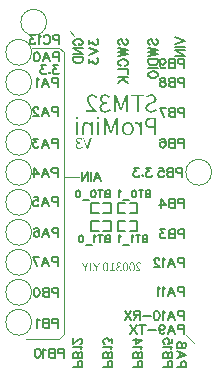
<source format=gbo>
G04 Layer: BottomSilkLayer*
G04 EasyEDA v6.3.22, 2020-03-24T16:00:13+09:00*
G04 d7f5250073f14fcc9ce3ff4b1d3fcb3e,67344a67363949849f01d11c0c7cf016,10*
G04 Gerber Generator version 0.2*
G04 Scale: 100 percent, Rotated: No, Reflected: No *
G04 Dimensions in inches *
G04 leading zeros omitted , absolute positions ,2 integer and 4 decimal *
%FSLAX24Y24*%
%MOIN*%
G90*
G70D02*

%ADD12C,0.006000*%
%ADD37C,0.005000*%
%ADD38C,0.004000*%

%LPD*%
G54D38*
G01X6089Y2069D02*
G01X6350Y1800D01*
G01X2350Y12050D02*
G01X2200Y12200D01*
G01X2000Y7350D02*
G01X2500Y7350D01*
G01X950Y11650D02*
G01X1850Y11650D01*
G01X2000Y11500D01*
G01X2000Y2100D01*
G01X1850Y1950D01*
G01X750Y1950D01*
G54D12*
G01X4060Y6130D02*
G01X3810Y6130D01*
G01X3810Y6469D01*
G01X4020Y6469D01*
G01X4060Y6469D01*
G01X4210Y6469D02*
G01X4450Y6469D01*
G01X4450Y6130D01*
G01X4240Y6130D01*
G01X4210Y6130D01*
G01X3176Y5530D02*
G01X2926Y5530D01*
G01X2926Y5869D01*
G01X3136Y5869D01*
G01X3176Y5869D01*
G01X3326Y5869D02*
G01X3566Y5869D01*
G01X3566Y5530D01*
G01X3356Y5530D01*
G01X3326Y5530D01*
G01X4060Y5530D02*
G01X3810Y5530D01*
G01X3810Y5869D01*
G01X4020Y5869D01*
G01X4060Y5869D01*
G01X4210Y5869D02*
G01X4450Y5869D01*
G01X4450Y5530D01*
G01X4240Y5530D01*
G01X4210Y5530D01*
G01X3176Y6130D02*
G01X2926Y6130D01*
G01X2926Y6469D01*
G01X3136Y6469D01*
G01X3176Y6469D01*
G01X3326Y6469D02*
G01X3566Y6469D01*
G01X3566Y6130D01*
G01X3356Y6130D01*
G01X3326Y6130D01*
G54D37*
G01X3539Y5402D02*
G01X3539Y5163D01*
G01X3539Y5402D02*
G01X3437Y5402D01*
G01X3403Y5390D01*
G01X3392Y5379D01*
G01X3380Y5356D01*
G01X3380Y5334D01*
G01X3392Y5311D01*
G01X3403Y5300D01*
G01X3437Y5288D01*
G01X3539Y5288D02*
G01X3437Y5288D01*
G01X3403Y5277D01*
G01X3392Y5265D01*
G01X3380Y5243D01*
G01X3380Y5209D01*
G01X3392Y5186D01*
G01X3403Y5175D01*
G01X3437Y5163D01*
G01X3539Y5163D01*
G01X3226Y5402D02*
G01X3226Y5163D01*
G01X3305Y5402D02*
G01X3146Y5402D01*
G01X3071Y5356D02*
G01X3049Y5368D01*
G01X3014Y5402D01*
G01X3014Y5163D01*
G01X2939Y5084D02*
G01X2735Y5084D01*
G01X2592Y5402D02*
G01X2626Y5390D01*
G01X2649Y5356D01*
G01X2660Y5300D01*
G01X2660Y5265D01*
G01X2649Y5209D01*
G01X2626Y5175D01*
G01X2592Y5163D01*
G01X2569Y5163D01*
G01X2535Y5175D01*
G01X2512Y5209D01*
G01X2501Y5265D01*
G01X2501Y5300D01*
G01X2512Y5356D01*
G01X2535Y5390D01*
G01X2569Y5402D01*
G01X2592Y5402D01*
G01X4789Y5402D02*
G01X4789Y5163D01*
G01X4789Y5402D02*
G01X4687Y5402D01*
G01X4653Y5390D01*
G01X4642Y5379D01*
G01X4630Y5356D01*
G01X4630Y5334D01*
G01X4642Y5311D01*
G01X4653Y5300D01*
G01X4687Y5288D01*
G01X4789Y5288D02*
G01X4687Y5288D01*
G01X4653Y5277D01*
G01X4642Y5265D01*
G01X4630Y5243D01*
G01X4630Y5209D01*
G01X4642Y5186D01*
G01X4653Y5175D01*
G01X4687Y5163D01*
G01X4789Y5163D01*
G01X4476Y5402D02*
G01X4476Y5163D01*
G01X4555Y5402D02*
G01X4396Y5402D01*
G01X4321Y5356D02*
G01X4299Y5368D01*
G01X4264Y5402D01*
G01X4264Y5163D01*
G01X4189Y5084D02*
G01X3985Y5084D01*
G01X3910Y5356D02*
G01X3887Y5368D01*
G01X3853Y5402D01*
G01X3853Y5163D01*
G01X3539Y6902D02*
G01X3539Y6663D01*
G01X3539Y6902D02*
G01X3437Y6902D01*
G01X3403Y6890D01*
G01X3392Y6879D01*
G01X3380Y6856D01*
G01X3380Y6834D01*
G01X3392Y6811D01*
G01X3403Y6800D01*
G01X3437Y6788D01*
G01X3539Y6788D02*
G01X3437Y6788D01*
G01X3403Y6777D01*
G01X3392Y6765D01*
G01X3380Y6743D01*
G01X3380Y6709D01*
G01X3392Y6686D01*
G01X3403Y6675D01*
G01X3437Y6663D01*
G01X3539Y6663D01*
G01X3226Y6902D02*
G01X3226Y6663D01*
G01X3305Y6902D02*
G01X3146Y6902D01*
G01X3003Y6902D02*
G01X3037Y6890D01*
G01X3060Y6856D01*
G01X3071Y6800D01*
G01X3071Y6765D01*
G01X3060Y6709D01*
G01X3037Y6675D01*
G01X3003Y6663D01*
G01X2980Y6663D01*
G01X2946Y6675D01*
G01X2924Y6709D01*
G01X2912Y6765D01*
G01X2912Y6800D01*
G01X2924Y6856D01*
G01X2946Y6890D01*
G01X2980Y6902D01*
G01X3003Y6902D01*
G01X2837Y6584D02*
G01X2633Y6584D01*
G01X2489Y6902D02*
G01X2524Y6890D01*
G01X2546Y6856D01*
G01X2558Y6800D01*
G01X2558Y6765D01*
G01X2546Y6709D01*
G01X2524Y6675D01*
G01X2489Y6663D01*
G01X2467Y6663D01*
G01X2433Y6675D01*
G01X2410Y6709D01*
G01X2399Y6765D01*
G01X2399Y6800D01*
G01X2410Y6856D01*
G01X2433Y6890D01*
G01X2467Y6902D01*
G01X2489Y6902D01*
G01X4889Y6902D02*
G01X4889Y6663D01*
G01X4889Y6902D02*
G01X4787Y6902D01*
G01X4753Y6890D01*
G01X4742Y6879D01*
G01X4730Y6856D01*
G01X4730Y6834D01*
G01X4742Y6811D01*
G01X4753Y6800D01*
G01X4787Y6788D01*
G01X4889Y6788D02*
G01X4787Y6788D01*
G01X4753Y6777D01*
G01X4742Y6765D01*
G01X4730Y6743D01*
G01X4730Y6709D01*
G01X4742Y6686D01*
G01X4753Y6675D01*
G01X4787Y6663D01*
G01X4889Y6663D01*
G01X4576Y6902D02*
G01X4576Y6663D01*
G01X4655Y6902D02*
G01X4496Y6902D01*
G01X4353Y6902D02*
G01X4387Y6890D01*
G01X4410Y6856D01*
G01X4421Y6800D01*
G01X4421Y6765D01*
G01X4410Y6709D01*
G01X4387Y6675D01*
G01X4353Y6663D01*
G01X4330Y6663D01*
G01X4296Y6675D01*
G01X4274Y6709D01*
G01X4262Y6765D01*
G01X4262Y6800D01*
G01X4274Y6856D01*
G01X4296Y6890D01*
G01X4330Y6902D01*
G01X4353Y6902D01*
G01X4187Y6584D02*
G01X3983Y6584D01*
G01X3908Y6856D02*
G01X3885Y6868D01*
G01X3851Y6902D01*
G01X3851Y6663D01*
G01X1820Y11072D02*
G01X1660Y11072D01*
G01X1748Y10956D01*
G01X1704Y10956D01*
G01X1675Y10942D01*
G01X1660Y10927D01*
G01X1646Y10883D01*
G01X1646Y10854D01*
G01X1660Y10811D01*
G01X1689Y10782D01*
G01X1733Y10767D01*
G01X1777Y10767D01*
G01X1820Y10782D01*
G01X1835Y10796D01*
G01X1849Y10825D01*
G01X1535Y10840D02*
G01X1550Y10825D01*
G01X1535Y10811D01*
G01X1521Y10825D01*
G01X1535Y10840D01*
G01X1396Y11072D02*
G01X1236Y11072D01*
G01X1323Y10956D01*
G01X1279Y10956D01*
G01X1250Y10942D01*
G01X1236Y10927D01*
G01X1221Y10883D01*
G01X1221Y10854D01*
G01X1236Y10811D01*
G01X1265Y10782D01*
G01X1308Y10767D01*
G01X1352Y10767D01*
G01X1396Y10782D01*
G01X1410Y10796D01*
G01X1425Y10825D01*
G01X4920Y7642D02*
G01X4760Y7642D01*
G01X4848Y7526D01*
G01X4804Y7526D01*
G01X4775Y7511D01*
G01X4760Y7497D01*
G01X4746Y7453D01*
G01X4746Y7424D01*
G01X4760Y7381D01*
G01X4789Y7351D01*
G01X4833Y7337D01*
G01X4877Y7337D01*
G01X4920Y7351D01*
G01X4935Y7366D01*
G01X4949Y7395D01*
G01X4635Y7410D02*
G01X4650Y7395D01*
G01X4635Y7381D01*
G01X4621Y7395D01*
G01X4635Y7410D01*
G01X4496Y7642D02*
G01X4336Y7642D01*
G01X4423Y7526D01*
G01X4379Y7526D01*
G01X4350Y7511D01*
G01X4336Y7497D01*
G01X4321Y7453D01*
G01X4321Y7424D01*
G01X4336Y7381D01*
G01X4365Y7351D01*
G01X4408Y7337D01*
G01X4452Y7337D01*
G01X4496Y7351D01*
G01X4510Y7366D01*
G01X4525Y7395D01*

%LPD*%
G36*
G01X2688Y8655D02*
G01X2646Y8655D01*
G01X2763Y8290D01*
G01X2811Y8290D01*
G01X2928Y8655D01*
G01X2885Y8655D01*
G01X2823Y8453D01*
G01X2814Y8422D01*
G01X2806Y8393D01*
G01X2797Y8363D01*
G01X2787Y8332D01*
G01X2785Y8332D01*
G01X2776Y8363D01*
G01X2767Y8393D01*
G01X2759Y8422D01*
G01X2749Y8453D01*
G01X2688Y8655D01*
G37*

%LPD*%
G36*
G01X2546Y8658D02*
G01X2516Y8661D01*
G01X2495Y8660D01*
G01X2475Y8655D01*
G01X2457Y8648D01*
G01X2442Y8638D01*
G01X2429Y8625D01*
G01X2420Y8610D01*
G01X2414Y8592D01*
G01X2412Y8571D01*
G01X2417Y8540D01*
G01X2430Y8515D01*
G01X2451Y8496D01*
G01X2478Y8482D01*
G01X2478Y8480D01*
G01X2448Y8469D01*
G01X2423Y8449D01*
G01X2407Y8421D01*
G01X2400Y8386D01*
G01X2403Y8363D01*
G01X2409Y8343D01*
G01X2420Y8325D01*
G01X2434Y8310D01*
G01X2451Y8298D01*
G01X2470Y8290D01*
G01X2492Y8284D01*
G01X2515Y8282D01*
G01X2554Y8287D01*
G01X2586Y8298D01*
G01X2611Y8314D01*
G01X2631Y8332D01*
G01X2610Y8359D01*
G01X2593Y8344D01*
G01X2572Y8330D01*
G01X2547Y8321D01*
G01X2517Y8317D01*
G01X2487Y8323D01*
G01X2462Y8336D01*
G01X2446Y8359D01*
G01X2440Y8388D01*
G01X2442Y8405D01*
G01X2447Y8419D01*
G01X2455Y8432D01*
G01X2467Y8443D01*
G01X2483Y8452D01*
G01X2503Y8458D01*
G01X2528Y8462D01*
G01X2557Y8463D01*
G01X2557Y8496D01*
G01X2531Y8498D01*
G01X2509Y8502D01*
G01X2491Y8509D01*
G01X2477Y8517D01*
G01X2467Y8528D01*
G01X2460Y8540D01*
G01X2456Y8554D01*
G01X2454Y8569D01*
G01X2459Y8593D01*
G01X2471Y8612D01*
G01X2491Y8624D01*
G01X2517Y8628D01*
G01X2540Y8626D01*
G01X2560Y8618D01*
G01X2578Y8607D01*
G01X2594Y8592D01*
G01X2617Y8619D01*
G01X2596Y8636D01*
G01X2573Y8650D01*
G01X2546Y8658D01*
G37*

%LPD*%

%LPD*%
G36*
G01X2465Y9346D02*
G01X2446Y9350D01*
G01X2428Y9346D01*
G01X2413Y9338D01*
G01X2403Y9323D01*
G01X2399Y9305D01*
G01X2403Y9287D01*
G01X2413Y9273D01*
G01X2428Y9264D01*
G01X2446Y9261D01*
G01X2465Y9264D01*
G01X2480Y9273D01*
G01X2490Y9287D01*
G01X2493Y9305D01*
G01X2490Y9323D01*
G01X2480Y9338D01*
G01X2465Y9346D01*
G37*

%LPD*%
G36*
G01X3164Y9346D02*
G01X3145Y9350D01*
G01X3128Y9346D01*
G01X3113Y9338D01*
G01X3102Y9323D01*
G01X3098Y9305D01*
G01X3102Y9287D01*
G01X3113Y9273D01*
G01X3128Y9264D01*
G01X3145Y9261D01*
G01X3164Y9264D01*
G01X3179Y9273D01*
G01X3189Y9287D01*
G01X3192Y9305D01*
G01X3189Y9323D01*
G01X3179Y9338D01*
G01X3164Y9346D01*
G37*

%LPD*%
G36*
G01X2479Y9167D02*
G01X2414Y9167D01*
G01X2414Y8736D01*
G01X2479Y8736D01*
G01X2479Y9167D01*
G37*

%LPD*%
G36*
G01X2778Y9177D02*
G01X2756Y9178D01*
G01X2735Y9177D01*
G01X2715Y9174D01*
G01X2697Y9168D01*
G01X2682Y9159D01*
G01X2668Y9149D01*
G01X2656Y9136D01*
G01X2646Y9120D01*
G01X2638Y9103D01*
G01X2632Y9083D01*
G01X2628Y9061D01*
G01X2625Y9036D01*
G01X2624Y9009D01*
G01X2624Y8736D01*
G01X2689Y8736D01*
G01X2689Y9001D01*
G01X2691Y9031D01*
G01X2694Y9056D01*
G01X2701Y9076D01*
G01X2710Y9093D01*
G01X2722Y9106D01*
G01X2737Y9115D01*
G01X2754Y9120D01*
G01X2775Y9121D01*
G01X2792Y9120D01*
G01X2807Y9117D01*
G01X2822Y9111D01*
G01X2837Y9104D01*
G01X2852Y9094D01*
G01X2867Y9082D01*
G01X2882Y9068D01*
G01X2898Y9051D01*
G01X2898Y8736D01*
G01X2963Y8736D01*
G01X2963Y9167D01*
G01X2910Y9167D01*
G01X2904Y9105D01*
G01X2901Y9105D01*
G01X2886Y9119D01*
G01X2870Y9133D01*
G01X2853Y9146D01*
G01X2836Y9157D01*
G01X2817Y9166D01*
G01X2798Y9173D01*
G01X2778Y9177D01*
G37*

%LPD*%
G36*
G01X3178Y9167D02*
G01X3113Y9167D01*
G01X3113Y8736D01*
G01X3178Y8736D01*
G01X3178Y9167D01*
G37*

%LPD*%
G36*
G01X3417Y9321D02*
G01X3336Y9321D01*
G01X3336Y8736D01*
G01X3397Y8736D01*
G01X3397Y9114D01*
G01X3395Y9158D01*
G01X3393Y9180D01*
G01X3392Y9203D01*
G01X3391Y9224D01*
G01X3389Y9244D01*
G01X3392Y9244D01*
G01X3439Y9111D01*
G01X3553Y8796D01*
G01X3599Y8796D01*
G01X3714Y9111D01*
G01X3760Y9244D01*
G01X3764Y9244D01*
G01X3763Y9224D01*
G01X3761Y9203D01*
G01X3760Y9180D01*
G01X3757Y9114D01*
G01X3757Y9093D01*
G01X3756Y9073D01*
G01X3756Y8736D01*
G01X3816Y8736D01*
G01X3816Y9321D01*
G01X3734Y9321D01*
G01X3619Y9001D01*
G01X3608Y8970D01*
G01X3598Y8939D01*
G01X3587Y8907D01*
G01X3576Y8876D01*
G01X3572Y8876D01*
G01X3562Y8907D01*
G01X3552Y8939D01*
G01X3532Y9001D01*
G01X3417Y9321D01*
G37*

%LPD*%
G36*
G01X4413Y9178D02*
G01X4401Y9178D01*
G01X4389Y9177D01*
G01X4379Y9174D01*
G01X4368Y9169D01*
G01X4380Y9113D01*
G01X4391Y9116D01*
G01X4400Y9118D01*
G01X4410Y9119D01*
G01X4421Y9119D01*
G01X4436Y9118D01*
G01X4450Y9114D01*
G01X4465Y9107D01*
G01X4480Y9097D01*
G01X4494Y9083D01*
G01X4508Y9065D01*
G01X4521Y9044D01*
G01X4532Y9017D01*
G01X4532Y8736D01*
G01X4597Y8736D01*
G01X4597Y9167D01*
G01X4544Y9167D01*
G01X4538Y9088D01*
G01X4536Y9088D01*
G01X4525Y9108D01*
G01X4511Y9125D01*
G01X4497Y9141D01*
G01X4482Y9154D01*
G01X4466Y9164D01*
G01X4449Y9172D01*
G01X4432Y9177D01*
G01X4413Y9178D01*
G37*

%LPD*%
G36*
G01X5092Y9321D02*
G01X4906Y9321D01*
G01X4883Y9319D01*
G01X4861Y9317D01*
G01X4841Y9313D01*
G01X4821Y9307D01*
G01X4803Y9301D01*
G01X4787Y9293D01*
G01X4772Y9284D01*
G01X4758Y9273D01*
G01X4747Y9261D01*
G01X4736Y9247D01*
G01X4728Y9231D01*
G01X4721Y9214D01*
G01X4716Y9195D01*
G01X4713Y9174D01*
G01X4712Y9151D01*
G01X4713Y9129D01*
G01X4716Y9109D01*
G01X4721Y9090D01*
G01X4728Y9072D01*
G01X4736Y9056D01*
G01X4746Y9041D01*
G01X4758Y9028D01*
G01X4772Y9016D01*
G01X4786Y9006D01*
G01X4803Y8997D01*
G01X4820Y8990D01*
G01X4839Y8983D01*
G01X4860Y8978D01*
G01X4881Y8975D01*
G01X4904Y8973D01*
G01X5026Y8973D01*
G01X5026Y8736D01*
G01X5092Y8736D01*
G01X5092Y9321D01*
G37*

%LPC*%
G36*
G01X5026Y9267D02*
G01X4915Y9267D01*
G01X4891Y9265D01*
G01X4870Y9262D01*
G01X4850Y9257D01*
G01X4834Y9251D01*
G01X4819Y9242D01*
G01X4807Y9232D01*
G01X4796Y9221D01*
G01X4789Y9207D01*
G01X4783Y9191D01*
G01X4780Y9172D01*
G01X4778Y9151D01*
G01X4779Y9131D01*
G01X4783Y9112D01*
G01X4788Y9095D01*
G01X4796Y9080D01*
G01X4805Y9067D01*
G01X4817Y9056D01*
G01X4831Y9047D01*
G01X4848Y9040D01*
G01X4867Y9034D01*
G01X4888Y9030D01*
G01X4911Y9027D01*
G01X4936Y9026D01*
G01X5026Y9026D01*
G01X5026Y9267D01*
G37*

%LPD*%
G36*
G01X4158Y9178D02*
G01X4119Y9178D01*
G01X4099Y9175D01*
G01X4081Y9170D01*
G01X4063Y9163D01*
G01X4045Y9155D01*
G01X4029Y9145D01*
G01X4013Y9133D01*
G01X3999Y9119D01*
G01X3986Y9103D01*
G01X3974Y9086D01*
G01X3964Y9068D01*
G01X3956Y9047D01*
G01X3949Y9025D01*
G01X3944Y9002D01*
G01X3940Y8977D01*
G01X3939Y8951D01*
G01X3940Y8925D01*
G01X3944Y8900D01*
G01X3949Y8877D01*
G01X3956Y8855D01*
G01X3964Y8836D01*
G01X3974Y8817D01*
G01X3986Y8800D01*
G01X3999Y8785D01*
G01X4013Y8771D01*
G01X4029Y8759D01*
G01X4045Y8749D01*
G01X4063Y8741D01*
G01X4081Y8734D01*
G01X4099Y8729D01*
G01X4119Y8726D01*
G01X4158Y8726D01*
G01X4177Y8729D01*
G01X4196Y8734D01*
G01X4214Y8741D01*
G01X4231Y8749D01*
G01X4248Y8759D01*
G01X4263Y8771D01*
G01X4277Y8785D01*
G01X4290Y8800D01*
G01X4302Y8817D01*
G01X4312Y8836D01*
G01X4320Y8855D01*
G01X4327Y8877D01*
G01X4332Y8900D01*
G01X4335Y8925D01*
G01X4336Y8951D01*
G01X4335Y8977D01*
G01X4332Y9002D01*
G01X4327Y9025D01*
G01X4320Y9047D01*
G01X4312Y9068D01*
G01X4302Y9086D01*
G01X4290Y9103D01*
G01X4277Y9119D01*
G01X4263Y9133D01*
G01X4248Y9145D01*
G01X4231Y9155D01*
G01X4214Y9163D01*
G01X4196Y9170D01*
G01X4177Y9175D01*
G01X4158Y9178D01*
G37*

%LPC*%
G36*
G01X4157Y9122D02*
G01X4138Y9123D01*
G01X4119Y9122D01*
G01X4102Y9118D01*
G01X4085Y9111D01*
G01X4070Y9101D01*
G01X4056Y9090D01*
G01X4043Y9076D01*
G01X4032Y9059D01*
G01X4023Y9041D01*
G01X4016Y9021D01*
G01X4011Y8999D01*
G01X4008Y8976D01*
G01X4006Y8951D01*
G01X4008Y8926D01*
G01X4011Y8903D01*
G01X4016Y8881D01*
G01X4023Y8861D01*
G01X4032Y8843D01*
G01X4043Y8827D01*
G01X4056Y8813D01*
G01X4070Y8801D01*
G01X4085Y8792D01*
G01X4102Y8785D01*
G01X4119Y8781D01*
G01X4138Y8780D01*
G01X4157Y8781D01*
G01X4175Y8785D01*
G01X4192Y8792D01*
G01X4207Y8801D01*
G01X4221Y8813D01*
G01X4233Y8827D01*
G01X4244Y8843D01*
G01X4253Y8861D01*
G01X4260Y8881D01*
G01X4265Y8903D01*
G01X4268Y8926D01*
G01X4269Y8951D01*
G01X4268Y8976D01*
G01X4265Y8999D01*
G01X4260Y9021D01*
G01X4253Y9041D01*
G01X4244Y9059D01*
G01X4233Y9076D01*
G01X4221Y9090D01*
G01X4207Y9101D01*
G01X4192Y9111D01*
G01X4175Y9118D01*
G01X4157Y9122D01*
G37*

%LPD*%

%LPD*%
G36*
G01X2972Y10097D02*
G01X2945Y10098D01*
G01X2920Y10097D01*
G01X2897Y10093D01*
G01X2875Y10086D01*
G01X2856Y10077D01*
G01X2838Y10066D01*
G01X2822Y10052D01*
G01X2809Y10036D01*
G01X2798Y10018D01*
G01X2789Y9998D01*
G01X2783Y9976D01*
G01X2779Y9953D01*
G01X2777Y9928D01*
G01X2778Y9910D01*
G01X2780Y9892D01*
G01X2788Y9856D01*
G01X2794Y9838D01*
G01X2801Y9820D01*
G01X2810Y9801D01*
G01X2819Y9783D01*
G01X2830Y9765D01*
G01X2842Y9746D01*
G01X2855Y9728D01*
G01X2883Y9690D01*
G01X2899Y9671D01*
G01X2916Y9652D01*
G01X2934Y9633D01*
G01X2953Y9613D01*
G01X3013Y9553D01*
G01X2990Y9555D01*
G01X2965Y9557D01*
G01X2917Y9559D01*
G01X2749Y9559D01*
G01X2749Y9503D01*
G01X3111Y9503D01*
G01X3111Y9542D01*
G01X3084Y9566D01*
G01X3058Y9589D01*
G01X3034Y9612D01*
G01X2990Y9656D01*
G01X2952Y9698D01*
G01X2936Y9718D01*
G01X2920Y9737D01*
G01X2906Y9756D01*
G01X2894Y9775D01*
G01X2883Y9793D01*
G01X2873Y9811D01*
G01X2864Y9828D01*
G01X2857Y9845D01*
G01X2852Y9861D01*
G01X2847Y9878D01*
G01X2844Y9894D01*
G01X2842Y9909D01*
G01X2841Y9925D01*
G01X2843Y9950D01*
G01X2848Y9973D01*
G01X2857Y9993D01*
G01X2869Y10011D01*
G01X2884Y10025D01*
G01X2903Y10036D01*
G01X2926Y10043D01*
G01X2952Y10046D01*
G01X2970Y10044D01*
G01X2988Y10040D01*
G01X3005Y10034D01*
G01X3021Y10026D01*
G01X3036Y10015D01*
G01X3050Y10004D01*
G01X3064Y9991D01*
G01X3077Y9976D01*
G01X3115Y10013D01*
G01X3098Y10031D01*
G01X3079Y10048D01*
G01X3060Y10063D01*
G01X3040Y10075D01*
G01X3019Y10085D01*
G01X2996Y10092D01*
G01X2972Y10097D01*
G37*

%LPD*%
G36*
G01X3750Y10088D02*
G01X3668Y10088D01*
G01X3668Y9503D01*
G01X3730Y9503D01*
G01X3730Y9881D01*
G01X3728Y9925D01*
G01X3726Y9948D01*
G01X3724Y9990D01*
G01X3722Y10011D01*
G01X3725Y10011D01*
G01X3771Y9878D01*
G01X3886Y9563D01*
G01X3931Y9563D01*
G01X4047Y9878D01*
G01X4093Y10011D01*
G01X4096Y10011D01*
G01X4093Y9948D01*
G01X4091Y9925D01*
G01X4089Y9881D01*
G01X4089Y9860D01*
G01X4088Y9840D01*
G01X4088Y9503D01*
G01X4148Y9503D01*
G01X4148Y10088D01*
G01X4067Y10088D01*
G01X3951Y9769D01*
G01X3941Y9737D01*
G01X3930Y9706D01*
G01X3920Y9675D01*
G01X3909Y9644D01*
G01X3905Y9644D01*
G01X3875Y9737D01*
G01X3864Y9769D01*
G01X3750Y10088D01*
G37*

%LPD*%
G36*
G01X4679Y10088D02*
G01X4255Y10088D01*
G01X4255Y10032D01*
G01X4434Y10032D01*
G01X4434Y9503D01*
G01X4501Y9503D01*
G01X4501Y10032D01*
G01X4679Y10032D01*
G01X4679Y10088D01*
G37*

%LPD*%
G36*
G01X3404Y10098D02*
G01X3379Y10100D01*
G01X3356Y10098D01*
G01X3334Y10095D01*
G01X3313Y10089D01*
G01X3294Y10082D01*
G01X3276Y10073D01*
G01X3260Y10061D01*
G01X3247Y10048D01*
G01X3235Y10032D01*
G01X3226Y10015D01*
G01X3219Y9996D01*
G01X3215Y9976D01*
G01X3213Y9953D01*
G01X3215Y9927D01*
G01X3221Y9903D01*
G01X3230Y9882D01*
G01X3242Y9863D01*
G01X3258Y9847D01*
G01X3275Y9833D01*
G01X3296Y9821D01*
G01X3318Y9811D01*
G01X3318Y9809D01*
G01X3293Y9801D01*
G01X3270Y9790D01*
G01X3249Y9775D01*
G01X3230Y9758D01*
G01X3215Y9737D01*
G01X3203Y9714D01*
G01X3196Y9688D01*
G01X3193Y9659D01*
G01X3195Y9633D01*
G01X3200Y9610D01*
G01X3208Y9589D01*
G01X3218Y9569D01*
G01X3232Y9552D01*
G01X3247Y9536D01*
G01X3265Y9523D01*
G01X3284Y9513D01*
G01X3306Y9504D01*
G01X3328Y9498D01*
G01X3352Y9494D01*
G01X3377Y9492D01*
G01X3410Y9494D01*
G01X3440Y9499D01*
G01X3466Y9507D01*
G01X3490Y9517D01*
G01X3512Y9529D01*
G01X3531Y9543D01*
G01X3548Y9557D01*
G01X3563Y9573D01*
G01X3529Y9615D01*
G01X3516Y9601D01*
G01X3502Y9589D01*
G01X3486Y9578D01*
G01X3469Y9567D01*
G01X3450Y9559D01*
G01X3429Y9552D01*
G01X3406Y9548D01*
G01X3381Y9546D01*
G01X3356Y9548D01*
G01X3332Y9555D01*
G01X3312Y9564D01*
G01X3294Y9577D01*
G01X3279Y9594D01*
G01X3268Y9613D01*
G01X3262Y9636D01*
G01X3259Y9661D01*
G01X3260Y9678D01*
G01X3264Y9694D01*
G01X3269Y9710D01*
G01X3277Y9724D01*
G01X3288Y9737D01*
G01X3301Y9748D01*
G01X3317Y9758D01*
G01X3336Y9766D01*
G01X3358Y9773D01*
G01X3383Y9778D01*
G01X3412Y9780D01*
G01X3444Y9782D01*
G01X3444Y9832D01*
G01X3416Y9834D01*
G01X3390Y9836D01*
G01X3367Y9842D01*
G01X3347Y9848D01*
G01X3330Y9856D01*
G01X3316Y9866D01*
G01X3304Y9877D01*
G01X3295Y9890D01*
G01X3288Y9903D01*
G01X3283Y9917D01*
G01X3280Y9932D01*
G01X3279Y9948D01*
G01X3281Y9969D01*
G01X3287Y9988D01*
G01X3295Y10005D01*
G01X3307Y10019D01*
G01X3322Y10030D01*
G01X3340Y10039D01*
G01X3360Y10044D01*
G01X3382Y10046D01*
G01X3417Y10042D01*
G01X3450Y10029D01*
G01X3479Y10011D01*
G01X3505Y9988D01*
G01X3541Y10030D01*
G01X3525Y10044D01*
G01X3508Y10057D01*
G01X3489Y10069D01*
G01X3470Y10079D01*
G01X3449Y10087D01*
G01X3427Y10094D01*
G01X3404Y10098D01*
G37*

%LPD*%
G36*
G01X4939Y10097D02*
G01X4913Y10098D01*
G01X4888Y10097D01*
G01X4863Y10093D01*
G01X4839Y10087D01*
G01X4817Y10078D01*
G01X4796Y10068D01*
G01X4777Y10055D01*
G01X4759Y10042D01*
G01X4743Y10026D01*
G01X4778Y9984D01*
G01X4792Y9997D01*
G01X4822Y10017D01*
G01X4838Y10025D01*
G01X4856Y10032D01*
G01X4874Y10036D01*
G01X4893Y10040D01*
G01X4913Y10040D01*
G01X4938Y10039D01*
G01X4960Y10034D01*
G01X4979Y10026D01*
G01X4996Y10016D01*
G01X5009Y10003D01*
G01X5019Y9988D01*
G01X5025Y9970D01*
G01X5027Y9951D01*
G01X5025Y9930D01*
G01X5018Y9912D01*
G01X5008Y9897D01*
G01X4995Y9884D01*
G01X4980Y9874D01*
G01X4964Y9865D01*
G01X4947Y9856D01*
G01X4929Y9848D01*
G01X4844Y9813D01*
G01X4820Y9801D01*
G01X4797Y9788D01*
G01X4777Y9773D01*
G01X4759Y9756D01*
G01X4744Y9736D01*
G01X4733Y9713D01*
G01X4726Y9687D01*
G01X4723Y9657D01*
G01X4725Y9634D01*
G01X4730Y9612D01*
G01X4737Y9592D01*
G01X4748Y9573D01*
G01X4761Y9556D01*
G01X4776Y9540D01*
G01X4795Y9526D01*
G01X4815Y9515D01*
G01X4838Y9505D01*
G01X4863Y9498D01*
G01X4890Y9494D01*
G01X4919Y9492D01*
G01X4950Y9494D01*
G01X4980Y9498D01*
G01X5007Y9506D01*
G01X5034Y9516D01*
G01X5059Y9528D01*
G01X5082Y9543D01*
G01X5103Y9560D01*
G01X5123Y9580D01*
G01X5083Y9625D01*
G01X5067Y9608D01*
G01X5048Y9594D01*
G01X5029Y9581D01*
G01X5009Y9571D01*
G01X4987Y9562D01*
G01X4965Y9556D01*
G01X4942Y9552D01*
G01X4919Y9551D01*
G01X4891Y9552D01*
G01X4866Y9558D01*
G01X4843Y9567D01*
G01X4825Y9578D01*
G01X4810Y9593D01*
G01X4799Y9610D01*
G01X4793Y9630D01*
G01X4790Y9651D01*
G01X4792Y9673D01*
G01X4798Y9692D01*
G01X4807Y9707D01*
G01X4819Y9720D01*
G01X4834Y9731D01*
G01X4851Y9741D01*
G01X4870Y9750D01*
G01X4890Y9759D01*
G01X4975Y9796D01*
G01X4996Y9806D01*
G01X5017Y9818D01*
G01X5037Y9832D01*
G01X5055Y9848D01*
G01X5071Y9867D01*
G01X5083Y9890D01*
G01X5092Y9916D01*
G01X5094Y9946D01*
G01X5093Y9967D01*
G01X5088Y9988D01*
G01X5081Y10007D01*
G01X5071Y10025D01*
G01X5058Y10041D01*
G01X5043Y10055D01*
G01X5026Y10068D01*
G01X5007Y10079D01*
G01X4986Y10087D01*
G01X4963Y10093D01*
G01X4939Y10097D01*
G37*

%LPD*%

%LPD*%
G36*
G01X2651Y4492D02*
G01X2617Y4492D01*
G01X2705Y4315D01*
G01X2705Y4200D01*
G01X2737Y4200D01*
G01X2737Y4315D01*
G01X2825Y4492D01*
G01X2790Y4492D01*
G01X2751Y4407D01*
G01X2744Y4391D01*
G01X2737Y4376D01*
G01X2721Y4344D01*
G01X2720Y4344D01*
G01X2712Y4360D01*
G01X2705Y4376D01*
G01X2697Y4391D01*
G01X2690Y4407D01*
G01X2651Y4492D01*
G37*

%LPD*%
G36*
G01X3027Y4492D02*
G01X2993Y4492D01*
G01X3081Y4315D01*
G01X3081Y4200D01*
G01X3114Y4200D01*
G01X3114Y4315D01*
G01X3202Y4492D01*
G01X3167Y4492D01*
G01X3128Y4407D01*
G01X3121Y4391D01*
G01X3114Y4376D01*
G01X3098Y4344D01*
G01X3097Y4344D01*
G01X3089Y4360D01*
G01X3082Y4376D01*
G01X3074Y4391D01*
G01X3067Y4407D01*
G01X3027Y4492D01*
G37*

%LPD*%
G36*
G01X3622Y4492D02*
G01X3597Y4492D01*
G01X3597Y4226D01*
G01X3537Y4226D01*
G01X3537Y4200D01*
G01X3695Y4200D01*
G01X3695Y4226D01*
G01X3629Y4226D01*
G01X3629Y4451D01*
G01X3681Y4451D01*
G01X3681Y4473D01*
G01X3664Y4476D01*
G01X3648Y4481D01*
G01X3634Y4486D01*
G01X3622Y4492D01*
G37*

%LPD*%
G36*
G01X4533Y4494D02*
G01X4508Y4498D01*
G01X4490Y4496D01*
G01X4473Y4491D01*
G01X4459Y4484D01*
G01X4447Y4474D01*
G01X4437Y4461D01*
G01X4430Y4447D01*
G01X4426Y4430D01*
G01X4424Y4411D01*
G01X4427Y4389D01*
G01X4433Y4367D01*
G01X4443Y4344D01*
G01X4456Y4321D01*
G01X4473Y4298D01*
G01X4494Y4275D01*
G01X4517Y4250D01*
G01X4542Y4226D01*
G01X4530Y4226D01*
G01X4518Y4227D01*
G01X4506Y4227D01*
G01X4494Y4228D01*
G01X4410Y4228D01*
G01X4410Y4200D01*
G01X4591Y4200D01*
G01X4591Y4219D01*
G01X4559Y4249D01*
G01X4531Y4276D01*
G01X4507Y4302D01*
G01X4489Y4326D01*
G01X4474Y4349D01*
G01X4464Y4371D01*
G01X4458Y4391D01*
G01X4456Y4411D01*
G01X4460Y4435D01*
G01X4470Y4454D01*
G01X4487Y4467D01*
G01X4511Y4471D01*
G01X4529Y4469D01*
G01X4546Y4461D01*
G01X4561Y4450D01*
G01X4574Y4436D01*
G01X4593Y4455D01*
G01X4575Y4472D01*
G01X4555Y4486D01*
G01X4533Y4494D01*
G37*

%LPD*%
G36*
G01X2898Y4492D02*
G01X2865Y4492D01*
G01X2865Y4284D01*
G01X2866Y4266D01*
G01X2870Y4249D01*
G01X2875Y4234D01*
G01X2884Y4221D01*
G01X2894Y4210D01*
G01X2908Y4201D01*
G01X2925Y4196D01*
G01X2944Y4194D01*
G01X2970Y4197D01*
G01X2991Y4206D01*
G01X3009Y4220D01*
G01X3023Y4240D01*
G01X2999Y4257D01*
G01X2988Y4241D01*
G01X2976Y4231D01*
G01X2963Y4225D01*
G01X2947Y4223D01*
G01X2926Y4227D01*
G01X2911Y4238D01*
G01X2901Y4258D01*
G01X2898Y4288D01*
G01X2898Y4492D01*
G37*

%LPD*%
G36*
G01X3421Y4495D02*
G01X3401Y4498D01*
G01X3382Y4495D01*
G01X3364Y4488D01*
G01X3349Y4477D01*
G01X3336Y4460D01*
G01X3326Y4439D01*
G01X3319Y4413D01*
G01X3314Y4383D01*
G01X3312Y4348D01*
G01X3314Y4311D01*
G01X3319Y4280D01*
G01X3326Y4254D01*
G01X3336Y4232D01*
G01X3349Y4216D01*
G01X3364Y4204D01*
G01X3382Y4197D01*
G01X3401Y4194D01*
G01X3421Y4197D01*
G01X3439Y4204D01*
G01X3454Y4216D01*
G01X3467Y4232D01*
G01X3477Y4254D01*
G01X3485Y4280D01*
G01X3490Y4311D01*
G01X3491Y4348D01*
G01X3490Y4383D01*
G01X3485Y4413D01*
G01X3477Y4439D01*
G01X3467Y4460D01*
G01X3454Y4477D01*
G01X3439Y4488D01*
G01X3421Y4495D01*
G37*

%LPC*%
G36*
G01X3414Y4470D02*
G01X3401Y4471D01*
G01X3389Y4470D01*
G01X3378Y4464D01*
G01X3368Y4455D01*
G01X3360Y4441D01*
G01X3353Y4424D01*
G01X3348Y4403D01*
G01X3344Y4377D01*
G01X3343Y4348D01*
G01X3344Y4317D01*
G01X3348Y4290D01*
G01X3353Y4269D01*
G01X3360Y4251D01*
G01X3368Y4238D01*
G01X3378Y4228D01*
G01X3389Y4222D01*
G01X3401Y4221D01*
G01X3414Y4222D01*
G01X3425Y4228D01*
G01X3435Y4238D01*
G01X3444Y4251D01*
G01X3450Y4269D01*
G01X3455Y4290D01*
G01X3458Y4317D01*
G01X3459Y4348D01*
G01X3458Y4377D01*
G01X3455Y4403D01*
G01X3450Y4424D01*
G01X3444Y4441D01*
G01X3435Y4455D01*
G01X3425Y4464D01*
G01X3414Y4470D01*
G37*

%LPD*%
G36*
G01X3871Y4495D02*
G01X3847Y4498D01*
G01X3814Y4493D01*
G01X3787Y4479D01*
G01X3770Y4456D01*
G01X3763Y4426D01*
G01X3767Y4400D01*
G01X3778Y4380D01*
G01X3795Y4365D01*
G01X3816Y4353D01*
G01X3792Y4343D01*
G01X3772Y4327D01*
G01X3758Y4305D01*
G01X3753Y4278D01*
G01X3755Y4259D01*
G01X3761Y4242D01*
G01X3769Y4228D01*
G01X3780Y4217D01*
G01X3794Y4207D01*
G01X3810Y4200D01*
G01X3827Y4196D01*
G01X3845Y4194D01*
G01X3877Y4198D01*
G01X3902Y4207D01*
G01X3922Y4219D01*
G01X3938Y4234D01*
G01X3921Y4255D01*
G01X3908Y4242D01*
G01X3891Y4232D01*
G01X3871Y4224D01*
G01X3847Y4221D01*
G01X3823Y4226D01*
G01X3804Y4237D01*
G01X3791Y4255D01*
G01X3786Y4278D01*
G01X3791Y4303D01*
G01X3807Y4323D01*
G01X3836Y4335D01*
G01X3879Y4340D01*
G01X3879Y4365D01*
G01X3841Y4369D01*
G01X3816Y4381D01*
G01X3802Y4400D01*
G01X3797Y4423D01*
G01X3801Y4442D01*
G01X3811Y4457D01*
G01X3827Y4467D01*
G01X3848Y4471D01*
G01X3866Y4469D01*
G01X3882Y4463D01*
G01X3896Y4453D01*
G01X3909Y4442D01*
G01X3927Y4463D01*
G01X3911Y4477D01*
G01X3892Y4488D01*
G01X3871Y4495D01*
G37*

%LPD*%
G36*
G01X4080Y4495D02*
G01X4060Y4498D01*
G01X4041Y4495D01*
G01X4023Y4488D01*
G01X4008Y4477D01*
G01X3995Y4460D01*
G01X3985Y4439D01*
G01X3978Y4413D01*
G01X3973Y4383D01*
G01X3971Y4348D01*
G01X3973Y4311D01*
G01X3978Y4280D01*
G01X3985Y4254D01*
G01X3995Y4232D01*
G01X4008Y4216D01*
G01X4023Y4204D01*
G01X4041Y4197D01*
G01X4060Y4194D01*
G01X4080Y4197D01*
G01X4098Y4204D01*
G01X4113Y4216D01*
G01X4126Y4232D01*
G01X4136Y4254D01*
G01X4144Y4280D01*
G01X4149Y4311D01*
G01X4150Y4348D01*
G01X4149Y4383D01*
G01X4144Y4413D01*
G01X4136Y4439D01*
G01X4126Y4460D01*
G01X4113Y4477D01*
G01X4098Y4488D01*
G01X4080Y4495D01*
G37*

%LPC*%
G36*
G01X4073Y4470D02*
G01X4060Y4471D01*
G01X4048Y4470D01*
G01X4037Y4464D01*
G01X4027Y4455D01*
G01X4018Y4441D01*
G01X4012Y4424D01*
G01X4007Y4403D01*
G01X4003Y4377D01*
G01X4002Y4348D01*
G01X4003Y4317D01*
G01X4007Y4290D01*
G01X4012Y4269D01*
G01X4018Y4251D01*
G01X4027Y4238D01*
G01X4037Y4228D01*
G01X4048Y4222D01*
G01X4060Y4221D01*
G01X4073Y4222D01*
G01X4084Y4228D01*
G01X4094Y4238D01*
G01X4103Y4251D01*
G01X4109Y4269D01*
G01X4114Y4290D01*
G01X4117Y4317D01*
G01X4118Y4348D01*
G01X4117Y4377D01*
G01X4114Y4403D01*
G01X4109Y4424D01*
G01X4103Y4441D01*
G01X4094Y4455D01*
G01X4084Y4464D01*
G01X4073Y4470D01*
G37*

%LPD*%
G36*
G01X4299Y4495D02*
G01X4279Y4498D01*
G01X4260Y4495D01*
G01X4243Y4488D01*
G01X4228Y4477D01*
G01X4215Y4460D01*
G01X4204Y4439D01*
G01X4197Y4413D01*
G01X4192Y4383D01*
G01X4190Y4348D01*
G01X4192Y4311D01*
G01X4197Y4280D01*
G01X4204Y4254D01*
G01X4215Y4232D01*
G01X4228Y4216D01*
G01X4243Y4204D01*
G01X4260Y4197D01*
G01X4279Y4194D01*
G01X4299Y4197D01*
G01X4317Y4204D01*
G01X4332Y4216D01*
G01X4345Y4232D01*
G01X4356Y4254D01*
G01X4363Y4280D01*
G01X4368Y4311D01*
G01X4369Y4348D01*
G01X4368Y4383D01*
G01X4363Y4413D01*
G01X4356Y4439D01*
G01X4345Y4460D01*
G01X4332Y4477D01*
G01X4317Y4488D01*
G01X4299Y4495D01*
G37*

%LPC*%
G36*
G01X4292Y4470D02*
G01X4279Y4471D01*
G01X4267Y4470D01*
G01X4256Y4464D01*
G01X4246Y4455D01*
G01X4238Y4441D01*
G01X4231Y4424D01*
G01X4227Y4403D01*
G01X4223Y4377D01*
G01X4222Y4348D01*
G01X4223Y4317D01*
G01X4227Y4290D01*
G01X4231Y4269D01*
G01X4238Y4251D01*
G01X4246Y4238D01*
G01X4256Y4228D01*
G01X4267Y4222D01*
G01X4279Y4221D01*
G01X4292Y4222D01*
G01X4303Y4228D01*
G01X4313Y4238D01*
G01X4322Y4251D01*
G01X4329Y4269D01*
G01X4334Y4290D01*
G01X4337Y4317D01*
G01X4338Y4348D01*
G01X4337Y4377D01*
G01X4334Y4403D01*
G01X4329Y4424D01*
G01X4322Y4441D01*
G01X4313Y4455D01*
G01X4303Y4464D01*
G01X4292Y4470D01*
G37*

%LPD*%
G01X3113Y7524D02*
G01X3229Y7219D01*
G01X3113Y7524D02*
G01X2997Y7219D01*
G01X3186Y7320D02*
G01X3040Y7320D01*
G01X2901Y7524D02*
G01X2901Y7219D01*
G01X2805Y7524D02*
G01X2805Y7219D01*
G01X2805Y7524D02*
G01X2601Y7219D01*
G01X2601Y7524D02*
G01X2601Y7219D01*
G01X1831Y11499D02*
G01X1831Y11194D01*
G01X1831Y11499D02*
G01X1701Y11499D01*
G01X1657Y11485D01*
G01X1642Y11470D01*
G01X1628Y11441D01*
G01X1628Y11398D01*
G01X1642Y11369D01*
G01X1657Y11354D01*
G01X1701Y11339D01*
G01X1831Y11339D01*
G01X1415Y11499D02*
G01X1532Y11194D01*
G01X1415Y11499D02*
G01X1299Y11194D01*
G01X1488Y11296D02*
G01X1343Y11296D01*
G01X1116Y11499D02*
G01X1159Y11485D01*
G01X1189Y11441D01*
G01X1203Y11369D01*
G01X1203Y11325D01*
G01X1189Y11252D01*
G01X1159Y11209D01*
G01X1116Y11194D01*
G01X1087Y11194D01*
G01X1043Y11209D01*
G01X1014Y11252D01*
G01X1000Y11325D01*
G01X1000Y11369D01*
G01X1014Y11441D01*
G01X1043Y11485D01*
G01X1087Y11499D01*
G01X1116Y11499D01*
G01X1801Y10649D02*
G01X1801Y10344D01*
G01X1801Y10649D02*
G01X1670Y10649D01*
G01X1626Y10635D01*
G01X1611Y10620D01*
G01X1597Y10591D01*
G01X1597Y10548D01*
G01X1611Y10519D01*
G01X1626Y10504D01*
G01X1670Y10489D01*
G01X1801Y10489D01*
G01X1385Y10649D02*
G01X1501Y10344D01*
G01X1385Y10649D02*
G01X1268Y10344D01*
G01X1457Y10446D02*
G01X1312Y10446D01*
G01X1172Y10591D02*
G01X1143Y10606D01*
G01X1100Y10649D01*
G01X1100Y10344D01*
G01X1799Y9674D02*
G01X1799Y9369D01*
G01X1799Y9674D02*
G01X1669Y9674D01*
G01X1625Y9659D01*
G01X1610Y9645D01*
G01X1596Y9616D01*
G01X1596Y9572D01*
G01X1610Y9543D01*
G01X1625Y9529D01*
G01X1669Y9514D01*
G01X1799Y9514D01*
G01X1383Y9674D02*
G01X1500Y9369D01*
G01X1383Y9674D02*
G01X1267Y9369D01*
G01X1456Y9470D02*
G01X1311Y9470D01*
G01X1157Y9601D02*
G01X1157Y9616D01*
G01X1142Y9645D01*
G01X1127Y9659D01*
G01X1098Y9674D01*
G01X1040Y9674D01*
G01X1011Y9659D01*
G01X997Y9645D01*
G01X982Y9616D01*
G01X982Y9587D01*
G01X997Y9558D01*
G01X1026Y9514D01*
G01X1171Y9369D01*
G01X967Y9369D01*
G01X1799Y8624D02*
G01X1799Y8319D01*
G01X1799Y8624D02*
G01X1669Y8624D01*
G01X1625Y8609D01*
G01X1610Y8595D01*
G01X1596Y8566D01*
G01X1596Y8522D01*
G01X1610Y8493D01*
G01X1625Y8479D01*
G01X1669Y8464D01*
G01X1799Y8464D01*
G01X1383Y8624D02*
G01X1500Y8319D01*
G01X1383Y8624D02*
G01X1267Y8319D01*
G01X1456Y8420D02*
G01X1311Y8420D01*
G01X1142Y8624D02*
G01X982Y8624D01*
G01X1069Y8508D01*
G01X1026Y8508D01*
G01X997Y8493D01*
G01X982Y8479D01*
G01X967Y8435D01*
G01X967Y8406D01*
G01X982Y8362D01*
G01X1011Y8333D01*
G01X1055Y8319D01*
G01X1098Y8319D01*
G01X1142Y8333D01*
G01X1157Y8348D01*
G01X1171Y8377D01*
G01X1796Y7650D02*
G01X1796Y7344D01*
G01X1796Y7650D02*
G01X1665Y7650D01*
G01X1621Y7635D01*
G01X1607Y7620D01*
G01X1592Y7591D01*
G01X1592Y7548D01*
G01X1607Y7519D01*
G01X1621Y7504D01*
G01X1665Y7490D01*
G01X1796Y7490D01*
G01X1380Y7650D02*
G01X1496Y7344D01*
G01X1380Y7650D02*
G01X1264Y7344D01*
G01X1453Y7446D02*
G01X1307Y7446D01*
G01X1022Y7650D02*
G01X1168Y7446D01*
G01X950Y7446D01*
G01X1022Y7650D02*
G01X1022Y7344D01*
G01X1799Y6674D02*
G01X1799Y6369D01*
G01X1799Y6674D02*
G01X1669Y6674D01*
G01X1625Y6659D01*
G01X1610Y6645D01*
G01X1596Y6616D01*
G01X1596Y6572D01*
G01X1610Y6543D01*
G01X1625Y6529D01*
G01X1669Y6514D01*
G01X1799Y6514D01*
G01X1383Y6674D02*
G01X1500Y6369D01*
G01X1383Y6674D02*
G01X1267Y6369D01*
G01X1456Y6470D02*
G01X1311Y6470D01*
G01X997Y6674D02*
G01X1142Y6674D01*
G01X1157Y6543D01*
G01X1142Y6558D01*
G01X1098Y6572D01*
G01X1055Y6572D01*
G01X1011Y6558D01*
G01X982Y6529D01*
G01X967Y6485D01*
G01X967Y6456D01*
G01X982Y6412D01*
G01X1011Y6383D01*
G01X1055Y6369D01*
G01X1098Y6369D01*
G01X1142Y6383D01*
G01X1157Y6398D01*
G01X1171Y6427D01*
G01X1817Y5650D02*
G01X1817Y5344D01*
G01X1817Y5650D02*
G01X1686Y5650D01*
G01X1642Y5635D01*
G01X1628Y5620D01*
G01X1613Y5591D01*
G01X1613Y5548D01*
G01X1628Y5519D01*
G01X1642Y5504D01*
G01X1686Y5490D01*
G01X1817Y5490D01*
G01X1401Y5650D02*
G01X1517Y5344D01*
G01X1401Y5650D02*
G01X1285Y5344D01*
G01X1474Y5446D02*
G01X1328Y5446D01*
G01X1014Y5606D02*
G01X1029Y5635D01*
G01X1072Y5650D01*
G01X1101Y5650D01*
G01X1145Y5635D01*
G01X1174Y5591D01*
G01X1189Y5519D01*
G01X1189Y5446D01*
G01X1174Y5388D01*
G01X1145Y5359D01*
G01X1101Y5344D01*
G01X1087Y5344D01*
G01X1043Y5359D01*
G01X1014Y5388D01*
G01X999Y5431D01*
G01X999Y5446D01*
G01X1014Y5490D01*
G01X1043Y5519D01*
G01X1087Y5533D01*
G01X1101Y5533D01*
G01X1145Y5519D01*
G01X1174Y5490D01*
G01X1189Y5446D01*
G01X1799Y4674D02*
G01X1799Y4369D01*
G01X1799Y4674D02*
G01X1669Y4674D01*
G01X1625Y4659D01*
G01X1610Y4645D01*
G01X1596Y4616D01*
G01X1596Y4572D01*
G01X1610Y4543D01*
G01X1625Y4529D01*
G01X1669Y4514D01*
G01X1799Y4514D01*
G01X1383Y4674D02*
G01X1500Y4369D01*
G01X1383Y4674D02*
G01X1267Y4369D01*
G01X1456Y4470D02*
G01X1311Y4470D01*
G01X967Y4674D02*
G01X1113Y4369D01*
G01X1171Y4674D02*
G01X967Y4674D01*
G01X1802Y3650D02*
G01X1802Y3344D01*
G01X1802Y3650D02*
G01X1671Y3650D01*
G01X1628Y3635D01*
G01X1613Y3620D01*
G01X1599Y3591D01*
G01X1599Y3548D01*
G01X1613Y3519D01*
G01X1628Y3504D01*
G01X1671Y3490D01*
G01X1802Y3490D01*
G01X1503Y3650D02*
G01X1503Y3344D01*
G01X1503Y3650D02*
G01X1372Y3650D01*
G01X1328Y3635D01*
G01X1314Y3620D01*
G01X1299Y3591D01*
G01X1299Y3562D01*
G01X1314Y3533D01*
G01X1328Y3519D01*
G01X1372Y3504D01*
G01X1503Y3504D02*
G01X1372Y3504D01*
G01X1328Y3490D01*
G01X1314Y3475D01*
G01X1299Y3446D01*
G01X1299Y3402D01*
G01X1314Y3373D01*
G01X1328Y3359D01*
G01X1372Y3344D01*
G01X1503Y3344D01*
G01X1116Y3650D02*
G01X1159Y3635D01*
G01X1189Y3591D01*
G01X1203Y3519D01*
G01X1203Y3475D01*
G01X1189Y3402D01*
G01X1159Y3359D01*
G01X1116Y3344D01*
G01X1087Y3344D01*
G01X1043Y3359D01*
G01X1014Y3402D01*
G01X1000Y3475D01*
G01X1000Y3519D01*
G01X1014Y3591D01*
G01X1043Y3635D01*
G01X1087Y3650D01*
G01X1116Y3650D01*
G01X1799Y2624D02*
G01X1799Y2319D01*
G01X1799Y2624D02*
G01X1669Y2624D01*
G01X1625Y2609D01*
G01X1610Y2595D01*
G01X1596Y2566D01*
G01X1596Y2522D01*
G01X1610Y2493D01*
G01X1625Y2479D01*
G01X1669Y2464D01*
G01X1799Y2464D01*
G01X1500Y2624D02*
G01X1500Y2319D01*
G01X1500Y2624D02*
G01X1369Y2624D01*
G01X1325Y2609D01*
G01X1311Y2595D01*
G01X1296Y2566D01*
G01X1296Y2537D01*
G01X1311Y2508D01*
G01X1325Y2493D01*
G01X1369Y2479D01*
G01X1500Y2479D02*
G01X1369Y2479D01*
G01X1325Y2464D01*
G01X1311Y2450D01*
G01X1296Y2420D01*
G01X1296Y2377D01*
G01X1311Y2348D01*
G01X1325Y2333D01*
G01X1369Y2319D01*
G01X1500Y2319D01*
G01X1200Y2566D02*
G01X1171Y2580D01*
G01X1127Y2624D01*
G01X1127Y2319D01*
G01X1999Y1624D02*
G01X1999Y1319D01*
G01X1999Y1624D02*
G01X1869Y1624D01*
G01X1825Y1609D01*
G01X1810Y1595D01*
G01X1796Y1566D01*
G01X1796Y1522D01*
G01X1810Y1493D01*
G01X1825Y1479D01*
G01X1869Y1464D01*
G01X1999Y1464D01*
G01X1700Y1624D02*
G01X1700Y1319D01*
G01X1700Y1624D02*
G01X1569Y1624D01*
G01X1525Y1609D01*
G01X1511Y1595D01*
G01X1496Y1566D01*
G01X1496Y1537D01*
G01X1511Y1508D01*
G01X1525Y1493D01*
G01X1569Y1479D01*
G01X1700Y1479D02*
G01X1569Y1479D01*
G01X1525Y1464D01*
G01X1511Y1450D01*
G01X1496Y1420D01*
G01X1496Y1377D01*
G01X1511Y1348D01*
G01X1525Y1333D01*
G01X1569Y1319D01*
G01X1700Y1319D01*
G01X1400Y1566D02*
G01X1371Y1580D01*
G01X1327Y1624D01*
G01X1327Y1319D01*
G01X1144Y1624D02*
G01X1188Y1609D01*
G01X1217Y1566D01*
G01X1231Y1493D01*
G01X1231Y1450D01*
G01X1217Y1377D01*
G01X1188Y1333D01*
G01X1144Y1319D01*
G01X1115Y1319D01*
G01X1071Y1333D01*
G01X1042Y1377D01*
G01X1028Y1450D01*
G01X1028Y1493D01*
G01X1042Y1566D01*
G01X1071Y1609D01*
G01X1115Y1624D01*
G01X1144Y1624D01*
G01X2624Y1000D02*
G01X2319Y1000D01*
G01X2624Y1000D02*
G01X2624Y1130D01*
G01X2609Y1174D01*
G01X2595Y1189D01*
G01X2566Y1203D01*
G01X2522Y1203D01*
G01X2493Y1189D01*
G01X2479Y1174D01*
G01X2464Y1130D01*
G01X2464Y1000D01*
G01X2624Y1299D02*
G01X2319Y1299D01*
G01X2624Y1299D02*
G01X2624Y1430D01*
G01X2609Y1474D01*
G01X2595Y1488D01*
G01X2566Y1503D01*
G01X2537Y1503D01*
G01X2508Y1488D01*
G01X2493Y1474D01*
G01X2479Y1430D01*
G01X2479Y1299D02*
G01X2479Y1430D01*
G01X2464Y1474D01*
G01X2449Y1488D01*
G01X2420Y1503D01*
G01X2377Y1503D01*
G01X2348Y1488D01*
G01X2333Y1474D01*
G01X2319Y1430D01*
G01X2319Y1299D01*
G01X2566Y1599D02*
G01X2580Y1628D01*
G01X2624Y1671D01*
G01X2319Y1671D01*
G01X2551Y1782D02*
G01X2566Y1782D01*
G01X2595Y1797D01*
G01X2609Y1811D01*
G01X2624Y1840D01*
G01X2624Y1898D01*
G01X2609Y1928D01*
G01X2595Y1942D01*
G01X2566Y1957D01*
G01X2537Y1957D01*
G01X2508Y1942D01*
G01X2464Y1913D01*
G01X2319Y1767D01*
G01X2319Y1971D01*
G01X3624Y1000D02*
G01X3319Y1000D01*
G01X3624Y1000D02*
G01X3624Y1130D01*
G01X3609Y1174D01*
G01X3595Y1189D01*
G01X3566Y1203D01*
G01X3522Y1203D01*
G01X3493Y1189D01*
G01X3479Y1174D01*
G01X3464Y1130D01*
G01X3464Y1000D01*
G01X3624Y1299D02*
G01X3319Y1299D01*
G01X3624Y1299D02*
G01X3624Y1430D01*
G01X3609Y1474D01*
G01X3595Y1488D01*
G01X3566Y1503D01*
G01X3537Y1503D01*
G01X3508Y1488D01*
G01X3493Y1474D01*
G01X3479Y1430D01*
G01X3479Y1299D02*
G01X3479Y1430D01*
G01X3464Y1474D01*
G01X3449Y1488D01*
G01X3420Y1503D01*
G01X3377Y1503D01*
G01X3348Y1488D01*
G01X3333Y1474D01*
G01X3319Y1430D01*
G01X3319Y1299D01*
G01X3566Y1599D02*
G01X3580Y1628D01*
G01X3624Y1671D01*
G01X3319Y1671D01*
G01X3624Y1797D02*
G01X3624Y1957D01*
G01X3508Y1869D01*
G01X3508Y1913D01*
G01X3493Y1942D01*
G01X3479Y1957D01*
G01X3435Y1971D01*
G01X3406Y1971D01*
G01X3362Y1957D01*
G01X3333Y1928D01*
G01X3319Y1884D01*
G01X3319Y1840D01*
G01X3333Y1797D01*
G01X3348Y1782D01*
G01X3377Y1767D01*
G01X4624Y1000D02*
G01X4319Y1000D01*
G01X4624Y1000D02*
G01X4624Y1130D01*
G01X4609Y1174D01*
G01X4595Y1189D01*
G01X4566Y1203D01*
G01X4522Y1203D01*
G01X4493Y1189D01*
G01X4479Y1174D01*
G01X4464Y1130D01*
G01X4464Y1000D01*
G01X4624Y1299D02*
G01X4319Y1299D01*
G01X4624Y1299D02*
G01X4624Y1430D01*
G01X4609Y1474D01*
G01X4595Y1488D01*
G01X4566Y1503D01*
G01X4537Y1503D01*
G01X4508Y1488D01*
G01X4493Y1474D01*
G01X4479Y1430D01*
G01X4479Y1299D02*
G01X4479Y1430D01*
G01X4464Y1474D01*
G01X4449Y1488D01*
G01X4420Y1503D01*
G01X4377Y1503D01*
G01X4348Y1488D01*
G01X4333Y1474D01*
G01X4319Y1430D01*
G01X4319Y1299D01*
G01X4566Y1599D02*
G01X4580Y1628D01*
G01X4624Y1671D01*
G01X4319Y1671D01*
G01X4624Y1913D02*
G01X4420Y1767D01*
G01X4420Y1986D01*
G01X4624Y1913D02*
G01X4319Y1913D01*
G01X5624Y1000D02*
G01X5319Y1000D01*
G01X5624Y1000D02*
G01X5624Y1130D01*
G01X5609Y1174D01*
G01X5595Y1189D01*
G01X5566Y1203D01*
G01X5522Y1203D01*
G01X5493Y1189D01*
G01X5479Y1174D01*
G01X5464Y1130D01*
G01X5464Y1000D01*
G01X5624Y1299D02*
G01X5319Y1299D01*
G01X5624Y1299D02*
G01X5624Y1430D01*
G01X5609Y1474D01*
G01X5595Y1488D01*
G01X5566Y1503D01*
G01X5537Y1503D01*
G01X5508Y1488D01*
G01X5493Y1474D01*
G01X5479Y1430D01*
G01X5479Y1299D02*
G01X5479Y1430D01*
G01X5464Y1474D01*
G01X5449Y1488D01*
G01X5420Y1503D01*
G01X5377Y1503D01*
G01X5348Y1488D01*
G01X5333Y1474D01*
G01X5319Y1430D01*
G01X5319Y1299D01*
G01X5566Y1599D02*
G01X5580Y1628D01*
G01X5624Y1671D01*
G01X5319Y1671D01*
G01X5624Y1942D02*
G01X5624Y1797D01*
G01X5493Y1782D01*
G01X5508Y1797D01*
G01X5522Y1840D01*
G01X5522Y1884D01*
G01X5508Y1928D01*
G01X5479Y1957D01*
G01X5435Y1971D01*
G01X5406Y1971D01*
G01X5362Y1957D01*
G01X5333Y1928D01*
G01X5319Y1884D01*
G01X5319Y1840D01*
G01X5333Y1797D01*
G01X5348Y1782D01*
G01X5377Y1767D01*
G01X6074Y1000D02*
G01X5769Y1000D01*
G01X6074Y1000D02*
G01X6074Y1130D01*
G01X6059Y1174D01*
G01X6045Y1189D01*
G01X6016Y1203D01*
G01X5972Y1203D01*
G01X5943Y1189D01*
G01X5929Y1174D01*
G01X5914Y1130D01*
G01X5914Y1000D01*
G01X6074Y1415D02*
G01X5769Y1299D01*
G01X6074Y1415D02*
G01X5769Y1532D01*
G01X5870Y1343D02*
G01X5870Y1488D01*
G01X6074Y1701D02*
G01X6059Y1657D01*
G01X6030Y1642D01*
G01X6001Y1642D01*
G01X5972Y1657D01*
G01X5958Y1686D01*
G01X5943Y1744D01*
G01X5929Y1788D01*
G01X5899Y1817D01*
G01X5870Y1832D01*
G01X5827Y1832D01*
G01X5798Y1817D01*
G01X5783Y1802D01*
G01X5769Y1759D01*
G01X5769Y1701D01*
G01X5783Y1657D01*
G01X5798Y1642D01*
G01X5827Y1628D01*
G01X5870Y1628D01*
G01X5899Y1642D01*
G01X5929Y1671D01*
G01X5943Y1715D01*
G01X5958Y1773D01*
G01X5972Y1802D01*
G01X6001Y1817D01*
G01X6030Y1817D01*
G01X6059Y1802D01*
G01X6074Y1759D01*
G01X6074Y1701D01*
G01X5999Y2424D02*
G01X5999Y2119D01*
G01X5999Y2424D02*
G01X5869Y2424D01*
G01X5825Y2409D01*
G01X5810Y2395D01*
G01X5796Y2366D01*
G01X5796Y2322D01*
G01X5810Y2293D01*
G01X5825Y2279D01*
G01X5869Y2264D01*
G01X5999Y2264D01*
G01X5583Y2424D02*
G01X5700Y2119D01*
G01X5583Y2424D02*
G01X5467Y2119D01*
G01X5656Y2220D02*
G01X5511Y2220D01*
G01X5182Y2322D02*
G01X5197Y2279D01*
G01X5226Y2250D01*
G01X5269Y2235D01*
G01X5284Y2235D01*
G01X5327Y2250D01*
G01X5357Y2279D01*
G01X5371Y2322D01*
G01X5371Y2337D01*
G01X5357Y2380D01*
G01X5327Y2409D01*
G01X5284Y2424D01*
G01X5269Y2424D01*
G01X5226Y2409D01*
G01X5197Y2380D01*
G01X5182Y2322D01*
G01X5182Y2250D01*
G01X5197Y2177D01*
G01X5226Y2133D01*
G01X5269Y2119D01*
G01X5298Y2119D01*
G01X5342Y2133D01*
G01X5357Y2162D01*
G01X5086Y2250D02*
G01X4824Y2250D01*
G01X4626Y2424D02*
G01X4626Y2119D01*
G01X4728Y2424D02*
G01X4525Y2424D01*
G01X4429Y2424D02*
G01X4225Y2119D01*
G01X4225Y2424D02*
G01X4429Y2119D01*
G01X5999Y2874D02*
G01X5999Y2569D01*
G01X5999Y2874D02*
G01X5869Y2874D01*
G01X5825Y2859D01*
G01X5810Y2845D01*
G01X5796Y2816D01*
G01X5796Y2772D01*
G01X5810Y2743D01*
G01X5825Y2729D01*
G01X5869Y2714D01*
G01X5999Y2714D01*
G01X5583Y2874D02*
G01X5700Y2569D01*
G01X5583Y2874D02*
G01X5467Y2569D01*
G01X5656Y2670D02*
G01X5511Y2670D01*
G01X5371Y2816D02*
G01X5342Y2830D01*
G01X5298Y2874D01*
G01X5298Y2569D01*
G01X5115Y2874D02*
G01X5159Y2859D01*
G01X5188Y2816D01*
G01X5202Y2743D01*
G01X5202Y2700D01*
G01X5188Y2627D01*
G01X5159Y2583D01*
G01X5115Y2569D01*
G01X5086Y2569D01*
G01X5042Y2583D01*
G01X5013Y2627D01*
G01X4999Y2700D01*
G01X4999Y2743D01*
G01X5013Y2816D01*
G01X5042Y2859D01*
G01X5086Y2874D01*
G01X5115Y2874D01*
G01X4903Y2700D02*
G01X4641Y2700D01*
G01X4545Y2874D02*
G01X4545Y2569D01*
G01X4545Y2874D02*
G01X4414Y2874D01*
G01X4370Y2859D01*
G01X4356Y2845D01*
G01X4341Y2816D01*
G01X4341Y2787D01*
G01X4356Y2758D01*
G01X4370Y2743D01*
G01X4414Y2729D01*
G01X4545Y2729D01*
G01X4443Y2729D02*
G01X4341Y2569D01*
G01X4245Y2874D02*
G01X4042Y2569D01*
G01X4042Y2874D02*
G01X4245Y2569D01*
G01X5999Y3674D02*
G01X5999Y3369D01*
G01X5999Y3674D02*
G01X5869Y3674D01*
G01X5825Y3659D01*
G01X5810Y3645D01*
G01X5796Y3616D01*
G01X5796Y3572D01*
G01X5810Y3543D01*
G01X5825Y3529D01*
G01X5869Y3514D01*
G01X5999Y3514D01*
G01X5583Y3674D02*
G01X5700Y3369D01*
G01X5583Y3674D02*
G01X5467Y3369D01*
G01X5656Y3470D02*
G01X5511Y3470D01*
G01X5371Y3616D02*
G01X5342Y3630D01*
G01X5298Y3674D01*
G01X5298Y3369D01*
G01X5202Y3616D02*
G01X5173Y3630D01*
G01X5130Y3674D01*
G01X5130Y3369D01*
G01X6000Y4650D02*
G01X6000Y4344D01*
G01X6000Y4650D02*
G01X5869Y4650D01*
G01X5826Y4635D01*
G01X5811Y4620D01*
G01X5797Y4591D01*
G01X5797Y4548D01*
G01X5811Y4519D01*
G01X5826Y4504D01*
G01X5869Y4490D01*
G01X6000Y4490D01*
G01X5584Y4650D02*
G01X5701Y4344D01*
G01X5584Y4650D02*
G01X5468Y4344D01*
G01X5657Y4446D02*
G01X5511Y4446D01*
G01X5372Y4591D02*
G01X5343Y4606D01*
G01X5299Y4650D01*
G01X5299Y4344D01*
G01X5189Y4577D02*
G01X5189Y4591D01*
G01X5174Y4620D01*
G01X5159Y4635D01*
G01X5130Y4650D01*
G01X5072Y4650D01*
G01X5043Y4635D01*
G01X5029Y4620D01*
G01X5014Y4591D01*
G01X5014Y4562D01*
G01X5029Y4533D01*
G01X5058Y4490D01*
G01X5203Y4344D01*
G01X4999Y4344D01*
G01X6002Y5600D02*
G01X6002Y5294D01*
G01X6002Y5600D02*
G01X5871Y5600D01*
G01X5828Y5585D01*
G01X5813Y5570D01*
G01X5799Y5541D01*
G01X5799Y5498D01*
G01X5813Y5469D01*
G01X5828Y5454D01*
G01X5871Y5440D01*
G01X6002Y5440D01*
G01X5703Y5600D02*
G01X5703Y5294D01*
G01X5703Y5600D02*
G01X5572Y5600D01*
G01X5528Y5585D01*
G01X5514Y5570D01*
G01X5499Y5541D01*
G01X5499Y5512D01*
G01X5514Y5483D01*
G01X5528Y5469D01*
G01X5572Y5454D01*
G01X5703Y5454D02*
G01X5572Y5454D01*
G01X5528Y5440D01*
G01X5514Y5425D01*
G01X5499Y5396D01*
G01X5499Y5352D01*
G01X5514Y5323D01*
G01X5528Y5309D01*
G01X5572Y5294D01*
G01X5703Y5294D01*
G01X5374Y5600D02*
G01X5214Y5600D01*
G01X5301Y5483D01*
G01X5258Y5483D01*
G01X5229Y5469D01*
G01X5214Y5454D01*
G01X5200Y5410D01*
G01X5200Y5381D01*
G01X5214Y5338D01*
G01X5243Y5309D01*
G01X5287Y5294D01*
G01X5330Y5294D01*
G01X5374Y5309D01*
G01X5389Y5323D01*
G01X5403Y5352D01*
G01X5999Y6624D02*
G01X5999Y6319D01*
G01X5999Y6624D02*
G01X5869Y6624D01*
G01X5825Y6609D01*
G01X5810Y6595D01*
G01X5796Y6566D01*
G01X5796Y6522D01*
G01X5810Y6493D01*
G01X5825Y6479D01*
G01X5869Y6464D01*
G01X5999Y6464D01*
G01X5700Y6624D02*
G01X5700Y6319D01*
G01X5700Y6624D02*
G01X5569Y6624D01*
G01X5525Y6609D01*
G01X5511Y6595D01*
G01X5496Y6566D01*
G01X5496Y6537D01*
G01X5511Y6508D01*
G01X5525Y6493D01*
G01X5569Y6479D01*
G01X5700Y6479D02*
G01X5569Y6479D01*
G01X5525Y6464D01*
G01X5511Y6450D01*
G01X5496Y6420D01*
G01X5496Y6377D01*
G01X5511Y6348D01*
G01X5525Y6333D01*
G01X5569Y6319D01*
G01X5700Y6319D01*
G01X5255Y6624D02*
G01X5400Y6420D01*
G01X5182Y6420D01*
G01X5255Y6624D02*
G01X5255Y6319D01*
G01X5949Y7642D02*
G01X5949Y7337D01*
G01X5949Y7642D02*
G01X5819Y7642D01*
G01X5775Y7628D01*
G01X5760Y7613D01*
G01X5746Y7584D01*
G01X5746Y7541D01*
G01X5760Y7511D01*
G01X5775Y7497D01*
G01X5819Y7482D01*
G01X5949Y7482D01*
G01X5650Y7642D02*
G01X5650Y7337D01*
G01X5650Y7642D02*
G01X5519Y7642D01*
G01X5475Y7628D01*
G01X5461Y7613D01*
G01X5446Y7584D01*
G01X5446Y7555D01*
G01X5461Y7526D01*
G01X5475Y7511D01*
G01X5519Y7497D01*
G01X5650Y7497D02*
G01X5519Y7497D01*
G01X5475Y7482D01*
G01X5461Y7468D01*
G01X5446Y7439D01*
G01X5446Y7395D01*
G01X5461Y7366D01*
G01X5475Y7351D01*
G01X5519Y7337D01*
G01X5650Y7337D01*
G01X5176Y7642D02*
G01X5321Y7642D01*
G01X5336Y7511D01*
G01X5321Y7526D01*
G01X5277Y7541D01*
G01X5234Y7541D01*
G01X5190Y7526D01*
G01X5161Y7497D01*
G01X5147Y7453D01*
G01X5147Y7424D01*
G01X5161Y7381D01*
G01X5190Y7351D01*
G01X5234Y7337D01*
G01X5277Y7337D01*
G01X5321Y7351D01*
G01X5336Y7366D01*
G01X5350Y7395D01*
G01X5999Y8624D02*
G01X5999Y8319D01*
G01X5999Y8624D02*
G01X5869Y8624D01*
G01X5825Y8609D01*
G01X5810Y8595D01*
G01X5796Y8566D01*
G01X5796Y8522D01*
G01X5810Y8493D01*
G01X5825Y8479D01*
G01X5869Y8464D01*
G01X5999Y8464D01*
G01X5700Y8624D02*
G01X5700Y8319D01*
G01X5700Y8624D02*
G01X5569Y8624D01*
G01X5525Y8609D01*
G01X5511Y8595D01*
G01X5496Y8566D01*
G01X5496Y8537D01*
G01X5511Y8508D01*
G01X5525Y8493D01*
G01X5569Y8479D01*
G01X5700Y8479D02*
G01X5569Y8479D01*
G01X5525Y8464D01*
G01X5511Y8450D01*
G01X5496Y8420D01*
G01X5496Y8377D01*
G01X5511Y8348D01*
G01X5525Y8333D01*
G01X5569Y8319D01*
G01X5700Y8319D01*
G01X5226Y8580D02*
G01X5240Y8609D01*
G01X5284Y8624D01*
G01X5313Y8624D01*
G01X5357Y8609D01*
G01X5386Y8566D01*
G01X5400Y8493D01*
G01X5400Y8420D01*
G01X5386Y8362D01*
G01X5357Y8333D01*
G01X5313Y8319D01*
G01X5298Y8319D01*
G01X5255Y8333D01*
G01X5226Y8362D01*
G01X5211Y8406D01*
G01X5211Y8420D01*
G01X5226Y8464D01*
G01X5255Y8493D01*
G01X5298Y8508D01*
G01X5313Y8508D01*
G01X5357Y8493D01*
G01X5386Y8464D01*
G01X5400Y8420D01*
G01X6002Y9649D02*
G01X6002Y9344D01*
G01X6002Y9649D02*
G01X5871Y9649D01*
G01X5828Y9635D01*
G01X5813Y9620D01*
G01X5799Y9591D01*
G01X5799Y9548D01*
G01X5813Y9519D01*
G01X5828Y9504D01*
G01X5871Y9489D01*
G01X6002Y9489D01*
G01X5703Y9649D02*
G01X5703Y9344D01*
G01X5703Y9649D02*
G01X5572Y9649D01*
G01X5528Y9635D01*
G01X5514Y9620D01*
G01X5499Y9591D01*
G01X5499Y9562D01*
G01X5514Y9533D01*
G01X5528Y9519D01*
G01X5572Y9504D01*
G01X5703Y9504D02*
G01X5572Y9504D01*
G01X5528Y9489D01*
G01X5514Y9475D01*
G01X5499Y9446D01*
G01X5499Y9402D01*
G01X5514Y9373D01*
G01X5528Y9359D01*
G01X5572Y9344D01*
G01X5703Y9344D01*
G01X5199Y9649D02*
G01X5345Y9344D01*
G01X5403Y9649D02*
G01X5199Y9649D01*
G01X6002Y10649D02*
G01X6002Y10344D01*
G01X6002Y10649D02*
G01X5871Y10649D01*
G01X5828Y10635D01*
G01X5813Y10620D01*
G01X5799Y10591D01*
G01X5799Y10548D01*
G01X5813Y10519D01*
G01X5828Y10504D01*
G01X5871Y10489D01*
G01X6002Y10489D01*
G01X5703Y10649D02*
G01X5703Y10344D01*
G01X5703Y10649D02*
G01X5572Y10649D01*
G01X5528Y10635D01*
G01X5514Y10620D01*
G01X5499Y10591D01*
G01X5499Y10562D01*
G01X5514Y10533D01*
G01X5528Y10519D01*
G01X5572Y10504D01*
G01X5703Y10504D02*
G01X5572Y10504D01*
G01X5528Y10489D01*
G01X5514Y10475D01*
G01X5499Y10446D01*
G01X5499Y10402D01*
G01X5514Y10373D01*
G01X5528Y10359D01*
G01X5572Y10344D01*
G01X5703Y10344D01*
G01X5330Y10649D02*
G01X5374Y10635D01*
G01X5389Y10606D01*
G01X5389Y10577D01*
G01X5374Y10548D01*
G01X5345Y10533D01*
G01X5287Y10519D01*
G01X5243Y10504D01*
G01X5214Y10475D01*
G01X5199Y10446D01*
G01X5199Y10402D01*
G01X5214Y10373D01*
G01X5229Y10359D01*
G01X5272Y10344D01*
G01X5330Y10344D01*
G01X5374Y10359D01*
G01X5389Y10373D01*
G01X5403Y10402D01*
G01X5403Y10446D01*
G01X5389Y10475D01*
G01X5359Y10504D01*
G01X5316Y10519D01*
G01X5258Y10533D01*
G01X5229Y10548D01*
G01X5214Y10577D01*
G01X5214Y10606D01*
G01X5229Y10635D01*
G01X5272Y10649D01*
G01X5330Y10649D01*
G01X5999Y11274D02*
G01X5999Y10969D01*
G01X5999Y11274D02*
G01X5869Y11274D01*
G01X5825Y11259D01*
G01X5810Y11245D01*
G01X5796Y11216D01*
G01X5796Y11172D01*
G01X5810Y11143D01*
G01X5825Y11129D01*
G01X5869Y11114D01*
G01X5999Y11114D01*
G01X5700Y11274D02*
G01X5700Y10969D01*
G01X5700Y11274D02*
G01X5569Y11274D01*
G01X5525Y11259D01*
G01X5511Y11245D01*
G01X5496Y11216D01*
G01X5496Y11187D01*
G01X5511Y11158D01*
G01X5525Y11143D01*
G01X5569Y11129D01*
G01X5700Y11129D02*
G01X5569Y11129D01*
G01X5525Y11114D01*
G01X5511Y11100D01*
G01X5496Y11070D01*
G01X5496Y11027D01*
G01X5511Y10998D01*
G01X5525Y10983D01*
G01X5569Y10969D01*
G01X5700Y10969D01*
G01X5211Y11172D02*
G01X5226Y11129D01*
G01X5255Y11100D01*
G01X5298Y11085D01*
G01X5313Y11085D01*
G01X5357Y11100D01*
G01X5386Y11129D01*
G01X5400Y11172D01*
G01X5400Y11187D01*
G01X5386Y11230D01*
G01X5357Y11259D01*
G01X5313Y11274D01*
G01X5298Y11274D01*
G01X5255Y11259D01*
G01X5226Y11230D01*
G01X5211Y11172D01*
G01X5211Y11100D01*
G01X5226Y11027D01*
G01X5255Y10983D01*
G01X5298Y10969D01*
G01X5327Y10969D01*
G01X5371Y10983D01*
G01X5386Y11012D01*
G01X5725Y12000D02*
G01X6030Y11883D01*
G01X5725Y11767D02*
G01X6030Y11883D01*
G01X5725Y11671D02*
G01X6030Y11671D01*
G01X5725Y11575D02*
G01X6030Y11575D01*
G01X5725Y11575D02*
G01X6030Y11371D01*
G01X5725Y11371D02*
G01X6030Y11371D01*
G01X4869Y11746D02*
G01X4839Y11775D01*
G01X4825Y11819D01*
G01X4825Y11877D01*
G01X4839Y11920D01*
G01X4869Y11950D01*
G01X4898Y11950D01*
G01X4927Y11935D01*
G01X4941Y11920D01*
G01X4956Y11891D01*
G01X4985Y11804D01*
G01X4999Y11775D01*
G01X5014Y11760D01*
G01X5043Y11746D01*
G01X5087Y11746D01*
G01X5116Y11775D01*
G01X5130Y11819D01*
G01X5130Y11877D01*
G01X5116Y11920D01*
G01X5087Y11950D01*
G01X4825Y11650D02*
G01X5130Y11577D01*
G01X4825Y11504D02*
G01X5130Y11577D01*
G01X4825Y11504D02*
G01X5130Y11432D01*
G01X4825Y11359D02*
G01X5130Y11432D01*
G01X4825Y11263D02*
G01X5130Y11263D01*
G01X4825Y11263D02*
G01X4825Y11161D01*
G01X4839Y11117D01*
G01X4869Y11088D01*
G01X4898Y11074D01*
G01X4941Y11059D01*
G01X5014Y11059D01*
G01X5058Y11074D01*
G01X5087Y11088D01*
G01X5116Y11117D01*
G01X5130Y11161D01*
G01X5130Y11263D01*
G01X4825Y10963D02*
G01X5130Y10963D01*
G01X4825Y10780D02*
G01X4839Y10809D01*
G01X4869Y10838D01*
G01X4898Y10853D01*
G01X4941Y10867D01*
G01X5014Y10867D01*
G01X5058Y10853D01*
G01X5087Y10838D01*
G01X5116Y10809D01*
G01X5130Y10780D01*
G01X5130Y10722D01*
G01X5116Y10693D01*
G01X5087Y10664D01*
G01X5058Y10649D01*
G01X5014Y10635D01*
G01X4941Y10635D01*
G01X4898Y10649D01*
G01X4869Y10664D01*
G01X4839Y10693D01*
G01X4825Y10722D01*
G01X4825Y10780D01*
G01X3869Y11746D02*
G01X3839Y11775D01*
G01X3825Y11819D01*
G01X3825Y11877D01*
G01X3839Y11920D01*
G01X3869Y11950D01*
G01X3898Y11950D01*
G01X3927Y11935D01*
G01X3941Y11920D01*
G01X3956Y11891D01*
G01X3985Y11804D01*
G01X3999Y11775D01*
G01X4014Y11760D01*
G01X4043Y11746D01*
G01X4087Y11746D01*
G01X4116Y11775D01*
G01X4130Y11819D01*
G01X4130Y11877D01*
G01X4116Y11920D01*
G01X4087Y11950D01*
G01X3825Y11650D02*
G01X4130Y11577D01*
G01X3825Y11504D02*
G01X4130Y11577D01*
G01X3825Y11504D02*
G01X4130Y11432D01*
G01X3825Y11359D02*
G01X4130Y11432D01*
G01X3898Y11045D02*
G01X3869Y11059D01*
G01X3839Y11088D01*
G01X3825Y11117D01*
G01X3825Y11176D01*
G01X3839Y11205D01*
G01X3869Y11234D01*
G01X3898Y11248D01*
G01X3941Y11263D01*
G01X4014Y11263D01*
G01X4058Y11248D01*
G01X4087Y11234D01*
G01X4116Y11205D01*
G01X4130Y11176D01*
G01X4130Y11117D01*
G01X4116Y11088D01*
G01X4087Y11059D01*
G01X4058Y11045D01*
G01X3825Y10949D02*
G01X4130Y10949D01*
G01X4130Y10949D02*
G01X4130Y10774D01*
G01X3825Y10678D02*
G01X4130Y10678D01*
G01X3825Y10475D02*
G01X4029Y10678D01*
G01X3956Y10605D02*
G01X4130Y10475D01*
G01X2849Y11920D02*
G01X2849Y11760D01*
G01X2966Y11848D01*
G01X2966Y11804D01*
G01X2980Y11775D01*
G01X2995Y11760D01*
G01X3039Y11746D01*
G01X3068Y11746D01*
G01X3111Y11760D01*
G01X3140Y11790D01*
G01X3155Y11833D01*
G01X3155Y11877D01*
G01X3140Y11920D01*
G01X3126Y11935D01*
G01X3097Y11950D01*
G01X2849Y11650D02*
G01X3155Y11534D01*
G01X2849Y11417D02*
G01X3155Y11534D01*
G01X2849Y11292D02*
G01X2849Y11132D01*
G01X2966Y11219D01*
G01X2966Y11176D01*
G01X2980Y11147D01*
G01X2995Y11132D01*
G01X3039Y11117D01*
G01X3068Y11117D01*
G01X3111Y11132D01*
G01X3140Y11161D01*
G01X3155Y11205D01*
G01X3155Y11248D01*
G01X3140Y11292D01*
G01X3126Y11307D01*
G01X3097Y11321D01*
G01X2398Y11731D02*
G01X2369Y11746D01*
G01X2339Y11775D01*
G01X2325Y11804D01*
G01X2325Y11862D01*
G01X2339Y11891D01*
G01X2369Y11920D01*
G01X2398Y11935D01*
G01X2441Y11950D01*
G01X2514Y11950D01*
G01X2558Y11935D01*
G01X2587Y11920D01*
G01X2616Y11891D01*
G01X2630Y11862D01*
G01X2630Y11804D01*
G01X2616Y11775D01*
G01X2587Y11746D01*
G01X2558Y11731D01*
G01X2514Y11731D01*
G01X2514Y11804D02*
G01X2514Y11731D01*
G01X2325Y11635D02*
G01X2630Y11635D01*
G01X2325Y11635D02*
G01X2630Y11432D01*
G01X2325Y11432D02*
G01X2630Y11432D01*
G01X2325Y11336D02*
G01X2630Y11336D01*
G01X2325Y11336D02*
G01X2325Y11234D01*
G01X2339Y11190D01*
G01X2369Y11161D01*
G01X2398Y11147D01*
G01X2441Y11132D01*
G01X2514Y11132D01*
G01X2558Y11147D01*
G01X2587Y11161D01*
G01X2616Y11190D01*
G01X2630Y11234D01*
G01X2630Y11336D01*
G01X1849Y12074D02*
G01X1849Y11769D01*
G01X1849Y12074D02*
G01X1719Y12074D01*
G01X1675Y12059D01*
G01X1660Y12045D01*
G01X1646Y12016D01*
G01X1646Y11972D01*
G01X1660Y11943D01*
G01X1675Y11929D01*
G01X1719Y11914D01*
G01X1849Y11914D01*
G01X1332Y12001D02*
G01X1346Y12030D01*
G01X1375Y12059D01*
G01X1404Y12074D01*
G01X1463Y12074D01*
G01X1492Y12059D01*
G01X1521Y12030D01*
G01X1535Y12001D01*
G01X1550Y11958D01*
G01X1550Y11885D01*
G01X1535Y11841D01*
G01X1521Y11812D01*
G01X1492Y11783D01*
G01X1463Y11769D01*
G01X1404Y11769D01*
G01X1375Y11783D01*
G01X1346Y11812D01*
G01X1332Y11841D01*
G01X1236Y12016D02*
G01X1207Y12030D01*
G01X1163Y12074D01*
G01X1163Y11769D01*
G01X1038Y12074D02*
G01X878Y12074D01*
G01X965Y11958D01*
G01X921Y11958D01*
G01X892Y11943D01*
G01X878Y11929D01*
G01X863Y11885D01*
G01X863Y11856D01*
G01X878Y11812D01*
G01X907Y11783D01*
G01X951Y11769D01*
G01X994Y11769D01*
G01X1038Y11783D01*
G01X1052Y11798D01*
G01X1067Y11827D01*
G54D38*
G75*
G01X1430Y12500D02*
G03X1430Y12500I-430J0D01*
G01*
G75*
G01X930Y4500D02*
G03X930Y4500I-430J0D01*
G01*
G75*
G01X930Y3500D02*
G03X930Y3500I-430J0D01*
G01*
G75*
G01X930Y2500D02*
G03X930Y2500I-430J0D01*
G01*
G75*
G01X930Y5500D02*
G03X930Y5500I-430J0D01*
G01*
G75*
G01X930Y6500D02*
G03X930Y6500I-430J0D01*
G01*
G75*
G01X930Y7500D02*
G03X930Y7500I-430J0D01*
G01*
G75*
G01X930Y8500D02*
G03X930Y8500I-430J0D01*
G01*
G75*
G01X930Y9500D02*
G03X930Y9500I-430J0D01*
G01*
G75*
G01X930Y10500D02*
G03X930Y10500I-430J0D01*
G01*
G75*
G01X930Y11500D02*
G03X930Y11500I-430J0D01*
G01*
G75*
G01X6930Y7500D02*
G03X6930Y7500I-430J0D01*
G01*
M00*
M02*

</source>
